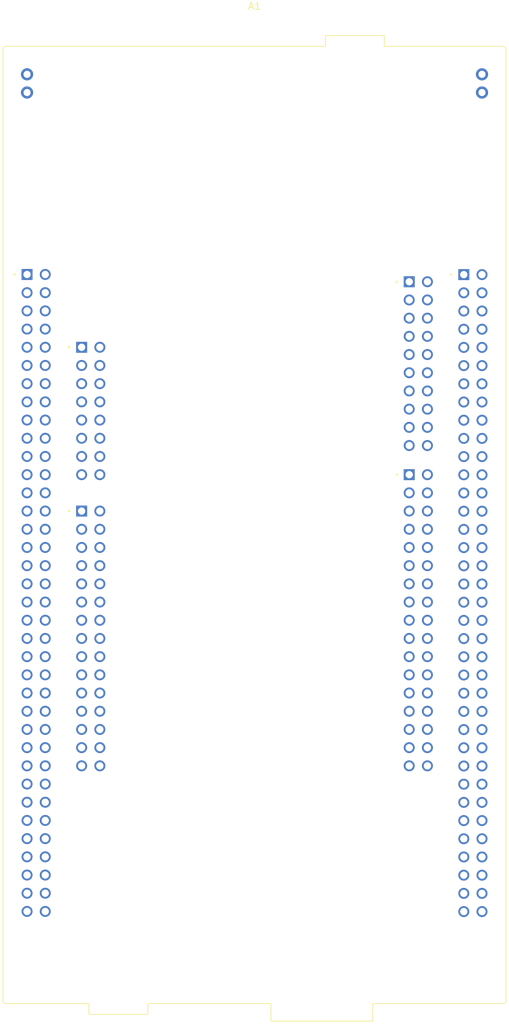
<source format=kicad_pcb>
(kicad_pcb (version 20171130) (host pcbnew 5.1.5+dfsg1-2build2)

  (general
    (thickness 1.6)
    (drawings 36)
    (tracks 0)
    (zones 0)
    (modules 1)
    (nets 242)
  )

  (page A4)
  (layers
    (0 F.Cu signal)
    (31 B.Cu signal)
    (32 B.Adhes user)
    (33 F.Adhes user)
    (34 B.Paste user)
    (35 F.Paste user)
    (36 B.SilkS user)
    (37 F.SilkS user)
    (38 B.Mask user)
    (39 F.Mask user)
    (40 Dwgs.User user)
    (41 Cmts.User user)
    (42 Eco1.User user)
    (43 Eco2.User user)
    (44 Edge.Cuts user)
    (45 Margin user)
    (46 B.CrtYd user)
    (47 F.CrtYd user)
    (48 B.Fab user)
    (49 F.Fab user)
  )

  (setup
    (last_trace_width 0.25)
    (trace_clearance 0.2)
    (zone_clearance 0.508)
    (zone_45_only no)
    (trace_min 0.2)
    (via_size 0.8)
    (via_drill 0.4)
    (via_min_size 0.4)
    (via_min_drill 0.3)
    (uvia_size 0.3)
    (uvia_drill 0.1)
    (uvias_allowed no)
    (uvia_min_size 0.2)
    (uvia_min_drill 0.1)
    (edge_width 0.05)
    (segment_width 0.2)
    (pcb_text_width 0.3)
    (pcb_text_size 1.5 1.5)
    (mod_edge_width 0.12)
    (mod_text_size 1 1)
    (mod_text_width 0.15)
    (pad_size 1.524 1.524)
    (pad_drill 0.762)
    (pad_to_mask_clearance 0.051)
    (solder_mask_min_width 0.25)
    (aux_axis_origin 0 0)
    (visible_elements FFFFFF7F)
    (pcbplotparams
      (layerselection 0x010fc_ffffffff)
      (usegerberextensions false)
      (usegerberattributes false)
      (usegerberadvancedattributes false)
      (creategerberjobfile false)
      (excludeedgelayer true)
      (linewidth 0.100000)
      (plotframeref false)
      (viasonmask false)
      (mode 1)
      (useauxorigin false)
      (hpglpennumber 1)
      (hpglpenspeed 20)
      (hpglpendiameter 15.000000)
      (psnegative false)
      (psa4output false)
      (plotreference true)
      (plotvalue true)
      (plotinvisibletext false)
      (padsonsilk false)
      (subtractmaskfromsilk false)
      (outputformat 1)
      (mirror false)
      (drillshape 1)
      (scaleselection 1)
      (outputdirectory ""))
  )

  (net 0 "")
  (net 1 "Net-(A1-PadCN12_72)")
  (net 2 "Net-(A1-PadCN12_71)")
  (net 3 /USB_PowerSwitchOn)
  (net 4 "Net-(A1-PadCN12_69)")
  (net 5 "Net-(A1-PadCN12_68)")
  (net 6 /USB_OverCurrent)
  (net 7 "Net-(A1-PadCN12_66)")
  (net 8 "Net-(A1-PadCN12_65)")
  (net 9 "Net-(A1-PadCN12_64)")
  (net 10 "Net-(A1-PadCN12_63)")
  (net 11 SPI5_MOSI)
  (net 12 "Net-(A1-PadCN12_61)")
  (net 13 "Net-(A1-PadCN12_60)")
  (net 14 "Net-(A1-PadCN12_59)")
  (net 15 "Net-(A1-PadCN12_58)")
  (net 16 "Net-(A1-PadCN12_57)")
  (net 17 "Net-(A1-PadCN12_56)")
  (net 18 "Net-(A1-PadCN12_55)")
  (net 19 "Net-(A1-PadCN12_54)")
  (net 20 "Net-(A1-PadCN12_53)")
  (net 21 "Net-(A1-PadCN12_52)")
  (net 22 "Net-(A1-PadCN12_51)")
  (net 23 "Net-(A1-PadCN12_50)")
  (net 24 "Net-(A1-PadCN12_49)")
  (net 25 "Net-(A1-PadCN12_48)")
  (net 26 "Net-(A1-PadCN12_47)")
  (net 27 "Net-(A1-PadCN12_46)")
  (net 28 "Net-(A1-PadCN12_45)")
  (net 29 "Net-(A1-PadCN12_44)")
  (net 30 "Net-(A1-PadCN12_43)")
  (net 31 "Net-(A1-PadCN12_42)")
  (net 32 "Net-(A1-PadCN12_41)")
  (net 33 "Net-(A1-PadCN12_40)")
  (net 34 "Net-(A1-PadCN12_39)")
  (net 35 "Net-(A1-PadCN12_38)")
  (net 36 "Net-(A1-PadCN12_37)")
  (net 37 "Net-(A1-PadCN12_36)")
  (net 38 /ETH_MDIO)
  (net 39 "Net-(A1-PadCN12_34)")
  (net 40 /OTG_FS_ID)
  (net 41 "Net-(A1-PadCN12_32)")
  (net 42 "Net-(A1-PadCN12_31)")
  (net 43 "Net-(A1-PadCN12_30)")
  (net 44 "Net-(A1-PadCN12_29)")
  (net 45 /LD3)
  (net 46 "Net-(A1-PadCN12_27)")
  (net 47 "Net-(A1-PadCN12_26)")
  (net 48 "Net-(A1-PadCN12_25)")
  (net 49 "Net-(A1-PadCN12_24)")
  (net 50 "Net-(A1-PadCN12_23)")
  (net 51 "Net-(A1-PadCN12_22)")
  (net 52 /USB_VBUS)
  (net 53 "Net-(A1-PadCN12_20)")
  (net 54 "Net-(A1-PadCN12_19)")
  (net 55 "Net-(A1-PadCN12_18)")
  (net 56 "Net-(A1-PadCN12_17)")
  (net 57 "Net-(A1-PadCN12_16)")
  (net 58 "Net-(A1-PadCN12_15)")
  (net 59 /OTG_FS_DM)
  (net 60 "Net-(A1-PadCN12_13)")
  (net 61 /OTG_FS_DP)
  (net 62 "Net-(A1-PadCN12_11)")
  (net 63 /USART3_TX)
  (net 64 "Net-(A1-PadCN12_9)")
  (net 65 "Net-(A1-PadCN12_8)")
  (net 66 "Net-(A1-PadCN12_7)")
  (net 67 "Net-(A1-PadCN12_6)")
  (net 68 "Net-(A1-PadCN12_5)")
  (net 69 "Net-(A1-PadCN12_4)")
  (net 70 "Net-(A1-PadCN12_3)")
  (net 71 PWM3_Low)
  (net 72 "Net-(A1-PadCN10_33)")
  (net 73 "Net-(A1-PadCN9_30)")
  (net 74 "Net-(A1-PadCN9_29)")
  (net 75 "Net-(A1-PadCN7_20)")
  (net 76 "Net-(A1-PadCN7_19)")
  (net 77 PWM7_Low)
  (net 78 "Net-(A1-PadCN7_17)")
  (net 79 PWM7_High)
  (net 80 /SWO)
  (net 81 "Net-(A1-PadCN7_14)")
  (net 82 PWM4_Low)
  (net 83 PWM4_High)
  (net 84 PWM9_Low)
  (net 85 "Net-(A1-PadCN7_10)")
  (net 86 /JTDI)
  (net 87 "Net-(A1-PadCN7_8)")
  (net 88 "Net-(A1-PadCN7_7)")
  (net 89 "Net-(A1-PadCN7_6)")
  (net 90 /ETH_RMII_TXD1)
  (net 91 "Net-(A1-PadCN7_4)")
  (net 92 PWM10_HIgh)
  (net 93 "Net-(A1-PadCN11_72)")
  (net 94 "Net-(A1-PadCN11_71)")
  (net 95 PWM3_High)
  (net 96 PWM5_High)
  (net 97 "Net-(A1-PadCN10_30)")
  (net 98 PWM8_High)
  (net 99 PWM2_Low)
  (net 100 "Net-(A1-PadCN10_27)")
  (net 101 SPI4_SCK)
  (net 102 "Net-(A1-PadCN10_25)")
  (net 103 "Net-(A1-PadCN10_24)")
  (net 104 "Net-(A1-PadCN10_23)")
  (net 105 "Net-(A1-PadCN10_22)")
  (net 106 PWM6_High)
  (net 107 "Net-(A1-PadCN10_20)")
  (net 108 PWM6_Low)
  (net 109 "Net-(A1-PadCN10_18)")
  (net 110 "Net-(A1-PadCN10_17)")
  (net 111 "Net-(A1-PadCN10_16)")
  (net 112 "Net-(A1-PadCN10_15)")
  (net 113 "Net-(A1-PadCN10_14)")
  (net 114 "Net-(A1-PadCN10_13)")
  (net 115 "Net-(A1-PadCN10_12)")
  (net 116 "Net-(A1-PadCN10_11)")
  (net 117 PWM2_High)
  (net 118 SPI2_MISO)
  (net 119 "Net-(A1-PadCN10_8)")
  (net 120 PWM5_Low)
  (net 121 PWM1_Low)
  (net 122 "Net-(A1-PadCN10_5)")
  (net 123 PWM1_High)
  (net 124 "Net-(A1-PadCN10_3)")
  (net 125 "Net-(A1-PadCN10_2)")
  (net 126 "Net-(A1-PadCN10_1)")
  (net 127 "Net-(A1-PadCN7_2)")
  (net 128 PWM9_High)
  (net 129 "Net-(A1-PadCN9_28)")
  (net 130 "Net-(A1-PadCN9_27)")
  (net 131 SPI5_SCK)
  (net 132 "Net-(A1-PadCN9_25)")
  (net 133 SPI5_MISO)
  (net 134 "Net-(A1-PadCN9_23)")
  (net 135 "Net-(A1-PadCN9_22)")
  (net 136 "Net-(A1-PadCN9_21)")
  (net 137 SPI4_MOSI)
  (net 138 "Net-(A1-PadCN9_19)")
  (net 139 SPI4_MISO)
  (net 140 "Net-(A1-PadCN9_17)")
  (net 141 "Net-(A1-PadCN9_16)")
  (net 142 /ETH_RMII_CRS_DV)
  (net 143 "Net-(A1-PadCN9_14)")
  (net 144 "Net-(A1-PadCN9_13)")
  (net 145 "Net-(A1-PadCN9_12)")
  (net 146 "Net-(A1-PadCN9_11)")
  (net 147 SPI2_SCK)
  (net 148 "Net-(A1-PadCN9_9)")
  (net 149 "Net-(A1-PadCN9_8)")
  (net 150 "Net-(A1-PadCN9_7)")
  (net 151 "Net-(A1-PadCN9_6)")
  (net 152 SPI2_MOSI)
  (net 153 SPI3_MOSI)
  (net 154 "Net-(A1-PadCN9_3)")
  (net 155 "Net-(A1-PadCN9_2)")
  (net 156 PWM8_Low)
  (net 157 "Net-(A1-PadCN8_16)")
  (net 158 "Net-(A1-PadCN8_15)")
  (net 159 SDMMC1_CD)
  (net 160 "Net-(A1-PadCN8_13)")
  (net 161 SDMMC1_CMD)
  (net 162 "Net-(A1-PadCN8_11)")
  (net 163 SDMMC1_CK)
  (net 164 "Net-(A1-PadCN8_9)")
  (net 165 SPI3_MISO)
  (net 166 "Net-(A1-PadCN8_7)")
  (net 167 SPI3_SCK)
  (net 168 "Net-(A1-PadCN8_5)")
  (net 169 PWM10_Low)
  (net 170 "Net-(A1-PadCN8_3)")
  (net 171 SDMMC1_D0)
  (net 172 "Net-(A1-PadCN8_1)")
  (net 173 "Net-(A1-PadCN12_2)")
  (net 174 "Net-(A1-PadCN12_1)")
  (net 175 /ETH_RMII_TX_EN)
  (net 176 /USART3_RX)
  (net 177 /ETH_RMII_TXD0)
  (net 178 "Net-(A1-PadCN11_66)")
  (net 179 "Net-(A1-PadCN11_65)")
  (net 180 "Net-(A1-PadCN11_64)")
  (net 181 "Net-(A1-PadCN11_63)")
  (net 182 "Net-(A1-PadCN11_62)")
  (net 183 "Net-(A1-PadCN11_61)")
  (net 184 "Net-(A1-PadCN11_60)")
  (net 185 "Net-(A1-PadCN11_59)")
  (net 186 "Net-(A1-PadCN11_58)")
  (net 187 "Net-(A1-PadCN11_57)")
  (net 188 "Net-(A1-PadCN11_56)")
  (net 189 "Net-(A1-PadCN11_55)")
  (net 190 "Net-(A1-PadCN11_54)")
  (net 191 "Net-(A1-PadCN11_53)")
  (net 192 "Net-(A1-PadCN11_52)")
  (net 193 "Net-(A1-PadCN11_51)")
  (net 194 "Net-(A1-PadCN11_50)")
  (net 195 "Net-(A1-PadCN11_49)")
  (net 196 "Net-(A1-PadCN11_48)")
  (net 197 "Net-(A1-PadCN11_47)")
  (net 198 "Net-(A1-PadCN11_46)")
  (net 199 "Net-(A1-PadCN11_45)")
  (net 200 "Net-(A1-PadCN11_44)")
  (net 201 "Net-(A1-PadCN11_43)")
  (net 202 "Net-(A1-PadCN11_42)")
  (net 203 "Net-(A1-PadCN11_41)")
  (net 204 "Net-(A1-PadCN11_40)")
  (net 205 "Net-(A1-PadCN11_39)")
  (net 206 "Net-(A1-PadCN11_38)")
  (net 207 "Net-(A1-PadCN11_37)")
  (net 208 /ETH_MDC)
  (net 209 "Net-(A1-PadCN11_35)")
  (net 210 "Net-(A1-PadCN11_34)")
  (net 211 "Net-(A1-PadCN11_33)")
  (net 212 "Net-(A1-PadCN11_32)")
  (net 213 "Net-(A1-PadCN11_31)")
  (net 214 /ETH_RMII_REF_CLK)
  (net 215 /MCO)
  (net 216 "Net-(A1-PadCN11_28)")
  (net 217 /R38-X2)
  (net 218 /R37-X2)
  (net 219 "Net-(A1-PadCN11_24)")
  (net 220 /B1)
  (net 221 "Net-(A1-PadCN11_22)")
  (net 222 /LD2)
  (net 223 "Net-(A1-PadCN11_20)")
  (net 224 "Net-(A1-PadCN11_19)")
  (net 225 "Net-(A1-PadCN11_18)")
  (net 226 "Net-(A1-PadCN11_17)")
  (net 227 "Net-(A1-PadCN11_16)")
  (net 228 /JTCK-SWCLK)
  (net 229 "Net-(A1-PadCN11_14)")
  (net 230 /JTMS-SWDIO)
  (net 231 "Net-(A1-PadCN11_12)")
  (net 232 "Net-(A1-PadCN11_11)")
  (net 233 "Net-(A1-PadCN11_9)")
  (net 234 "Net-(A1-PadCN11_8)")
  (net 235 "Net-(A1-PadCN11_7)")
  (net 236 "Net-(A1-PadCN11_6)")
  (net 237 "Net-(A1-PadCN11_5)")
  (net 238 "Net-(A1-PadCN11_4)")
  (net 239 "Net-(A1-PadCN11_3)")
  (net 240 "Net-(A1-PadCN11_2)")
  (net 241 "Net-(A1-PadCN11_1)")

  (net_class Default "Ceci est la Netclass par défaut."
    (clearance 0.2)
    (trace_width 0.25)
    (via_dia 0.8)
    (via_drill 0.4)
    (uvia_dia 0.3)
    (uvia_drill 0.1)
    (add_net /B1)
    (add_net /ETH_MDC)
    (add_net /ETH_MDIO)
    (add_net /ETH_RMII_CRS_DV)
    (add_net /ETH_RMII_REF_CLK)
    (add_net /ETH_RMII_TXD0)
    (add_net /ETH_RMII_TXD1)
    (add_net /ETH_RMII_TX_EN)
    (add_net /JTCK-SWCLK)
    (add_net /JTDI)
    (add_net /JTMS-SWDIO)
    (add_net /LD2)
    (add_net /LD3)
    (add_net /MCO)
    (add_net /OTG_FS_DM)
    (add_net /OTG_FS_DP)
    (add_net /OTG_FS_ID)
    (add_net /R37-X2)
    (add_net /R38-X2)
    (add_net /SWO)
    (add_net /USART3_RX)
    (add_net /USART3_TX)
    (add_net /USB_OverCurrent)
    (add_net /USB_PowerSwitchOn)
    (add_net /USB_VBUS)
    (add_net "Net-(A1-PadCN10_1)")
    (add_net "Net-(A1-PadCN10_11)")
    (add_net "Net-(A1-PadCN10_12)")
    (add_net "Net-(A1-PadCN10_13)")
    (add_net "Net-(A1-PadCN10_14)")
    (add_net "Net-(A1-PadCN10_15)")
    (add_net "Net-(A1-PadCN10_16)")
    (add_net "Net-(A1-PadCN10_17)")
    (add_net "Net-(A1-PadCN10_18)")
    (add_net "Net-(A1-PadCN10_2)")
    (add_net "Net-(A1-PadCN10_20)")
    (add_net "Net-(A1-PadCN10_22)")
    (add_net "Net-(A1-PadCN10_23)")
    (add_net "Net-(A1-PadCN10_24)")
    (add_net "Net-(A1-PadCN10_25)")
    (add_net "Net-(A1-PadCN10_27)")
    (add_net "Net-(A1-PadCN10_3)")
    (add_net "Net-(A1-PadCN10_30)")
    (add_net "Net-(A1-PadCN10_33)")
    (add_net "Net-(A1-PadCN10_5)")
    (add_net "Net-(A1-PadCN10_8)")
    (add_net "Net-(A1-PadCN11_1)")
    (add_net "Net-(A1-PadCN11_11)")
    (add_net "Net-(A1-PadCN11_12)")
    (add_net "Net-(A1-PadCN11_14)")
    (add_net "Net-(A1-PadCN11_16)")
    (add_net "Net-(A1-PadCN11_17)")
    (add_net "Net-(A1-PadCN11_18)")
    (add_net "Net-(A1-PadCN11_19)")
    (add_net "Net-(A1-PadCN11_2)")
    (add_net "Net-(A1-PadCN11_20)")
    (add_net "Net-(A1-PadCN11_22)")
    (add_net "Net-(A1-PadCN11_24)")
    (add_net "Net-(A1-PadCN11_28)")
    (add_net "Net-(A1-PadCN11_3)")
    (add_net "Net-(A1-PadCN11_31)")
    (add_net "Net-(A1-PadCN11_32)")
    (add_net "Net-(A1-PadCN11_33)")
    (add_net "Net-(A1-PadCN11_34)")
    (add_net "Net-(A1-PadCN11_35)")
    (add_net "Net-(A1-PadCN11_37)")
    (add_net "Net-(A1-PadCN11_38)")
    (add_net "Net-(A1-PadCN11_39)")
    (add_net "Net-(A1-PadCN11_4)")
    (add_net "Net-(A1-PadCN11_40)")
    (add_net "Net-(A1-PadCN11_41)")
    (add_net "Net-(A1-PadCN11_42)")
    (add_net "Net-(A1-PadCN11_43)")
    (add_net "Net-(A1-PadCN11_44)")
    (add_net "Net-(A1-PadCN11_45)")
    (add_net "Net-(A1-PadCN11_46)")
    (add_net "Net-(A1-PadCN11_47)")
    (add_net "Net-(A1-PadCN11_48)")
    (add_net "Net-(A1-PadCN11_49)")
    (add_net "Net-(A1-PadCN11_5)")
    (add_net "Net-(A1-PadCN11_50)")
    (add_net "Net-(A1-PadCN11_51)")
    (add_net "Net-(A1-PadCN11_52)")
    (add_net "Net-(A1-PadCN11_53)")
    (add_net "Net-(A1-PadCN11_54)")
    (add_net "Net-(A1-PadCN11_55)")
    (add_net "Net-(A1-PadCN11_56)")
    (add_net "Net-(A1-PadCN11_57)")
    (add_net "Net-(A1-PadCN11_58)")
    (add_net "Net-(A1-PadCN11_59)")
    (add_net "Net-(A1-PadCN11_6)")
    (add_net "Net-(A1-PadCN11_60)")
    (add_net "Net-(A1-PadCN11_61)")
    (add_net "Net-(A1-PadCN11_62)")
    (add_net "Net-(A1-PadCN11_63)")
    (add_net "Net-(A1-PadCN11_64)")
    (add_net "Net-(A1-PadCN11_65)")
    (add_net "Net-(A1-PadCN11_66)")
    (add_net "Net-(A1-PadCN11_7)")
    (add_net "Net-(A1-PadCN11_71)")
    (add_net "Net-(A1-PadCN11_72)")
    (add_net "Net-(A1-PadCN11_8)")
    (add_net "Net-(A1-PadCN11_9)")
    (add_net "Net-(A1-PadCN12_1)")
    (add_net "Net-(A1-PadCN12_11)")
    (add_net "Net-(A1-PadCN12_13)")
    (add_net "Net-(A1-PadCN12_15)")
    (add_net "Net-(A1-PadCN12_16)")
    (add_net "Net-(A1-PadCN12_17)")
    (add_net "Net-(A1-PadCN12_18)")
    (add_net "Net-(A1-PadCN12_19)")
    (add_net "Net-(A1-PadCN12_2)")
    (add_net "Net-(A1-PadCN12_20)")
    (add_net "Net-(A1-PadCN12_22)")
    (add_net "Net-(A1-PadCN12_23)")
    (add_net "Net-(A1-PadCN12_24)")
    (add_net "Net-(A1-PadCN12_25)")
    (add_net "Net-(A1-PadCN12_26)")
    (add_net "Net-(A1-PadCN12_27)")
    (add_net "Net-(A1-PadCN12_29)")
    (add_net "Net-(A1-PadCN12_3)")
    (add_net "Net-(A1-PadCN12_30)")
    (add_net "Net-(A1-PadCN12_31)")
    (add_net "Net-(A1-PadCN12_32)")
    (add_net "Net-(A1-PadCN12_34)")
    (add_net "Net-(A1-PadCN12_36)")
    (add_net "Net-(A1-PadCN12_37)")
    (add_net "Net-(A1-PadCN12_38)")
    (add_net "Net-(A1-PadCN12_39)")
    (add_net "Net-(A1-PadCN12_4)")
    (add_net "Net-(A1-PadCN12_40)")
    (add_net "Net-(A1-PadCN12_41)")
    (add_net "Net-(A1-PadCN12_42)")
    (add_net "Net-(A1-PadCN12_43)")
    (add_net "Net-(A1-PadCN12_44)")
    (add_net "Net-(A1-PadCN12_45)")
    (add_net "Net-(A1-PadCN12_46)")
    (add_net "Net-(A1-PadCN12_47)")
    (add_net "Net-(A1-PadCN12_48)")
    (add_net "Net-(A1-PadCN12_49)")
    (add_net "Net-(A1-PadCN12_5)")
    (add_net "Net-(A1-PadCN12_50)")
    (add_net "Net-(A1-PadCN12_51)")
    (add_net "Net-(A1-PadCN12_52)")
    (add_net "Net-(A1-PadCN12_53)")
    (add_net "Net-(A1-PadCN12_54)")
    (add_net "Net-(A1-PadCN12_55)")
    (add_net "Net-(A1-PadCN12_56)")
    (add_net "Net-(A1-PadCN12_57)")
    (add_net "Net-(A1-PadCN12_58)")
    (add_net "Net-(A1-PadCN12_59)")
    (add_net "Net-(A1-PadCN12_6)")
    (add_net "Net-(A1-PadCN12_60)")
    (add_net "Net-(A1-PadCN12_61)")
    (add_net "Net-(A1-PadCN12_63)")
    (add_net "Net-(A1-PadCN12_64)")
    (add_net "Net-(A1-PadCN12_65)")
    (add_net "Net-(A1-PadCN12_66)")
    (add_net "Net-(A1-PadCN12_68)")
    (add_net "Net-(A1-PadCN12_69)")
    (add_net "Net-(A1-PadCN12_7)")
    (add_net "Net-(A1-PadCN12_71)")
    (add_net "Net-(A1-PadCN12_72)")
    (add_net "Net-(A1-PadCN12_8)")
    (add_net "Net-(A1-PadCN12_9)")
    (add_net "Net-(A1-PadCN7_10)")
    (add_net "Net-(A1-PadCN7_14)")
    (add_net "Net-(A1-PadCN7_17)")
    (add_net "Net-(A1-PadCN7_19)")
    (add_net "Net-(A1-PadCN7_2)")
    (add_net "Net-(A1-PadCN7_20)")
    (add_net "Net-(A1-PadCN7_4)")
    (add_net "Net-(A1-PadCN7_6)")
    (add_net "Net-(A1-PadCN7_7)")
    (add_net "Net-(A1-PadCN7_8)")
    (add_net "Net-(A1-PadCN8_1)")
    (add_net "Net-(A1-PadCN8_11)")
    (add_net "Net-(A1-PadCN8_13)")
    (add_net "Net-(A1-PadCN8_15)")
    (add_net "Net-(A1-PadCN8_16)")
    (add_net "Net-(A1-PadCN8_3)")
    (add_net "Net-(A1-PadCN8_5)")
    (add_net "Net-(A1-PadCN8_7)")
    (add_net "Net-(A1-PadCN8_9)")
    (add_net "Net-(A1-PadCN9_11)")
    (add_net "Net-(A1-PadCN9_12)")
    (add_net "Net-(A1-PadCN9_13)")
    (add_net "Net-(A1-PadCN9_14)")
    (add_net "Net-(A1-PadCN9_16)")
    (add_net "Net-(A1-PadCN9_17)")
    (add_net "Net-(A1-PadCN9_19)")
    (add_net "Net-(A1-PadCN9_2)")
    (add_net "Net-(A1-PadCN9_21)")
    (add_net "Net-(A1-PadCN9_22)")
    (add_net "Net-(A1-PadCN9_23)")
    (add_net "Net-(A1-PadCN9_25)")
    (add_net "Net-(A1-PadCN9_27)")
    (add_net "Net-(A1-PadCN9_28)")
    (add_net "Net-(A1-PadCN9_29)")
    (add_net "Net-(A1-PadCN9_3)")
    (add_net "Net-(A1-PadCN9_30)")
    (add_net "Net-(A1-PadCN9_6)")
    (add_net "Net-(A1-PadCN9_7)")
    (add_net "Net-(A1-PadCN9_8)")
    (add_net "Net-(A1-PadCN9_9)")
    (add_net PWM10_HIgh)
    (add_net PWM10_Low)
    (add_net PWM1_High)
    (add_net PWM1_Low)
    (add_net PWM2_High)
    (add_net PWM2_Low)
    (add_net PWM3_High)
    (add_net PWM3_Low)
    (add_net PWM4_High)
    (add_net PWM4_Low)
    (add_net PWM5_High)
    (add_net PWM5_Low)
    (add_net PWM6_High)
    (add_net PWM6_Low)
    (add_net PWM7_High)
    (add_net PWM7_Low)
    (add_net PWM8_High)
    (add_net PWM8_Low)
    (add_net PWM9_High)
    (add_net PWM9_Low)
    (add_net SDMMC1_CD)
    (add_net SDMMC1_CK)
    (add_net SDMMC1_CMD)
    (add_net SDMMC1_D0)
    (add_net SPI2_MISO)
    (add_net SPI2_MOSI)
    (add_net SPI2_SCK)
    (add_net SPI3_MISO)
    (add_net SPI3_MOSI)
    (add_net SPI3_SCK)
    (add_net SPI4_MISO)
    (add_net SPI4_MOSI)
    (add_net SPI4_SCK)
    (add_net SPI5_MISO)
    (add_net SPI5_MOSI)
    (add_net SPI5_SCK)
  )

  (module owntech-nucleo144:ST_Morpho_and_Zio_Connectors_144_STLink (layer F.Cu) (tedit 5E1A477A) (tstamp 5ED6F8EE)
    (at 123.19 78.74)
    (descr "ST Morpho and Zio Connectors 144 With STLink")
    (tags "ST Morpho Zio Connector 144 STLink")
    (path /5ED987DB)
    (fp_text reference A1 (at 31.75 -37.465) (layer F.SilkS)
      (effects (font (size 1 1) (thickness 0.15)))
    )
    (fp_text value NUCLEO144-F746ZG (at 31.75 -35.56) (layer F.Fab)
      (effects (font (size 1 1) (thickness 0.15)))
    )
    (fp_text user %R (at 31.75 34.96) (layer F.Fab)
      (effects (font (size 1 1) (thickness 0.15)))
    )
    (fp_line (start 48.26 104.21) (end 34.04 104.21) (layer F.SilkS) (width 0.12))
    (fp_arc (start 66.45 -31.44) (end 66.45 -31.84) (angle 90) (layer F.SilkS) (width 0.12))
    (fp_arc (start 66.45 101.36) (end 66.75 101.36) (angle 90) (layer F.Fab) (width 0.1))
    (fp_line (start 17.25 102.16) (end 17.25 103.67) (layer F.CrtYd) (width 0.05))
    (fp_arc (start 66.45 101.36) (end 66.85 101.36) (angle 90) (layer F.SilkS) (width 0.12))
    (fp_line (start 41.64 -31.84) (end 41.64 -33.35) (layer F.SilkS) (width 0.12))
    (fp_line (start 8.64 101.76) (end 8.64 103.27) (layer F.SilkS) (width 0.12))
    (fp_line (start 41.64 -31.84) (end -2.95 -31.84) (layer F.SilkS) (width 0.12))
    (fp_arc (start -2.95 101.36) (end -2.95 101.66) (angle 90) (layer F.Fab) (width 0.1))
    (fp_line (start 8.25 103.67) (end 17.25 103.67) (layer F.CrtYd) (width 0.05))
    (fp_line (start 8.25 102.16) (end 8.25 103.67) (layer F.CrtYd) (width 0.05))
    (fp_line (start 50.25 -32.24) (end 50.25 -33.74) (layer F.CrtYd) (width 0.05))
    (fp_line (start 8.75 103.16) (end 16.75 103.16) (layer F.Fab) (width 0.1))
    (fp_line (start 49.86 -33.35) (end 49.86 -31.84) (layer F.SilkS) (width 0.12))
    (fp_line (start 33.66 104.6) (end 33.66 102.16) (layer F.CrtYd) (width 0.05))
    (fp_line (start 48.65 102.16) (end 48.65 104.6) (layer F.CrtYd) (width 0.05))
    (fp_line (start 8.75 97.66) (end 16.75 97.66) (layer F.Fab) (width 0.1))
    (fp_line (start 48.26 101.76) (end 48.26 104.21) (layer F.SilkS) (width 0.12))
    (fp_line (start 66.85 101.36) (end 66.85 -31.44) (layer F.SilkS) (width 0.12))
    (fp_line (start 41.75 -33.24) (end 49.75 -33.24) (layer F.Fab) (width 0.1))
    (fp_line (start 34.04 101.76) (end 16.86 101.75) (layer F.SilkS) (width 0.12))
    (fp_line (start 16.75 97.66) (end 16.75 103.16) (layer F.Fab) (width 0.1))
    (fp_line (start 49.75 -33.24) (end 49.75 -27.74) (layer F.Fab) (width 0.1))
    (fp_line (start -3.25 101.36) (end -3.25 -31.44) (layer F.Fab) (width 0.1))
    (fp_line (start 33.66 104.6) (end 48.65 104.6) (layer F.CrtYd) (width 0.05))
    (fp_line (start 8.75 103.16) (end 8.75 97.65) (layer F.Fab) (width 0.1))
    (fp_line (start -3.75 102.16) (end 8.25 102.16) (layer F.CrtYd) (width 0.05))
    (fp_line (start 41.25 -32.24) (end 41.25 -33.74) (layer F.CrtYd) (width 0.05))
    (fp_line (start 34.15 104.1) (end 48.15 104.1) (layer F.Fab) (width 0.1))
    (fp_line (start 67.25 102.16) (end 48.65 102.16) (layer F.CrtYd) (width 0.05))
    (fp_line (start 67.25 102.16) (end 67.25 -32.24) (layer F.CrtYd) (width 0.05))
    (fp_line (start 41.64 -33.35) (end 49.86 -33.35) (layer F.SilkS) (width 0.12))
    (fp_line (start 50.25 -32.24) (end 67.25 -32.24) (layer F.CrtYd) (width 0.05))
    (fp_line (start -3.35 -31.44) (end -3.35 101.36) (layer F.SilkS) (width 0.12))
    (fp_line (start 8.64 103.27) (end 16.86 103.27) (layer F.SilkS) (width 0.12))
    (fp_line (start 48.26 101.76) (end 66.45 101.76) (layer F.SilkS) (width 0.12))
    (fp_line (start 34.15 92.1) (end 48.15 92.1) (layer F.Fab) (width 0.12))
    (fp_arc (start -2.95 101.36) (end -2.95 101.76) (angle 90) (layer F.SilkS) (width 0.12))
    (fp_line (start 41.75 -27.74) (end 49.75 -27.74) (layer F.Fab) (width 0.1))
    (fp_line (start 34.15 104.1) (end 34.15 92.1) (layer F.Fab) (width 0.1))
    (fp_line (start -3.75 -32.24) (end -3.75 102.16) (layer F.CrtYd) (width 0.05))
    (fp_arc (start -2.95 -31.44) (end -3.35 -31.44) (angle 90) (layer F.SilkS) (width 0.12))
    (fp_line (start 48.15 104.1) (end 48.15 92.1) (layer F.Fab) (width 0.1))
    (fp_line (start 49.86 -31.84) (end 66.45 -31.84) (layer F.SilkS) (width 0.12))
    (fp_line (start 66.45 -31.74) (end -2.95 -31.74) (layer F.Fab) (width 0.1))
    (fp_arc (start 66.45 -31.44) (end 66.45 -31.74) (angle 90) (layer F.Fab) (width 0.1))
    (fp_line (start 41.25 -33.74) (end 50.25 -33.74) (layer F.CrtYd) (width 0.05))
    (fp_line (start 41.75 -27.74) (end 41.75 -33.24) (layer F.Fab) (width 0.1))
    (fp_line (start 41.25 -32.24) (end -3.75 -32.24) (layer F.CrtYd) (width 0.05))
    (fp_line (start 17.25 102.16) (end 33.66 102.16) (layer F.CrtYd) (width 0.05))
    (fp_line (start 8.64 101.76) (end -2.95 101.76) (layer F.SilkS) (width 0.12))
    (fp_arc (start -2.95 -31.44) (end -3.25 -31.44) (angle 90) (layer F.Fab) (width 0.1))
    (fp_line (start 16.86 103.27) (end 16.86 101.75) (layer F.SilkS) (width 0.12))
    (fp_line (start 34.04 104.21) (end 34.04 101.76) (layer F.SilkS) (width 0.12))
    (fp_line (start 66.45 101.66) (end -2.95 101.66) (layer F.Fab) (width 0.1))
    (fp_line (start 66.75 101.36) (end 66.75 -31.44) (layer F.Fab) (width 0.1))
    (fp_circle (center 51.59 27.935) (end 51.69 27.935) (layer F.SilkS) (width 0.15))
    (fp_circle (center 51.59 27.935) (end 51.69 27.935) (layer F.Fab) (width 0.15))
    (fp_circle (center 51.59 1.011) (end 51.69 1.011) (layer F.Fab) (width 0.15))
    (fp_circle (center 51.59 1.011) (end 51.69 1.011) (layer F.SilkS) (width 0.15))
    (fp_circle (center 5.87 33.015) (end 5.97 33.015) (layer F.SilkS) (width 0.15))
    (fp_circle (center 5.87 33.015) (end 5.97 33.015) (layer F.Fab) (width 0.15))
    (fp_circle (center 5.87 10.155) (end 5.97 10.155) (layer F.Fab) (width 0.15))
    (fp_circle (center 5.87 10.155) (end 5.97 10.155) (layer F.SilkS) (width 0.15))
    (fp_circle (center 59.21 0.0204) (end 59.31 0.0204) (layer F.SilkS) (width 0.15))
    (fp_circle (center 59.21 0.0204) (end 59.31 0.0204) (layer F.Fab) (width 0.15))
    (fp_circle (center -1.75 -0.005) (end -1.65 -0.005) (layer F.Fab) (width 0.15))
    (fp_circle (center -1.75 -0.005) (end -1.65 -0.005) (layer F.SilkS) (width 0.15))
    (pad "" np_thru_hole circle (at 40.55 48.3) (size 3 3) (drill 3) (layers *.Cu *.Mask))
    (pad "" np_thru_hole circle (at 8.89 72.39) (size 3 3) (drill 3) (layers *.Cu *.Mask))
    (pad "" np_thru_hole circle (at 54.6 72.4) (size 3 3) (drill 3) (layers *.Cu *.Mask))
    (pad "" np_thru_hole circle (at 7.62 -3.81) (size 3 3) (drill 3) (layers *.Cu *.Mask))
    (pad "" np_thru_hole circle (at 55.9 -2.5) (size 3 3) (drill 3) (layers *.Cu *.Mask))
    (pad CN3_2 thru_hole circle (at 63.5 -25.4) (size 1.7 1.7) (drill 1) (layers *.Cu *.Mask))
    (pad CN2_2 thru_hole circle (at 0 -25.4) (size 1.7 1.7) (drill 1) (layers *.Cu *.Mask))
    (pad CN3_1 thru_hole circle (at 63.5 -27.94) (size 1.7 1.7) (drill 1) (layers *.Cu *.Mask))
    (pad CN2_1 thru_hole circle (at 0 -27.94) (size 1.7 1.7) (drill 1) (layers *.Cu *.Mask))
    (pad CN12_72 thru_hole circle (at 63.5 88.915) (size 1.53 1.53) (drill 1.02) (layers *.Cu *.Mask)
      (net 1 "Net-(A1-PadCN12_72)"))
    (pad CN12_71 thru_hole circle (at 60.96 88.915) (size 1.53 1.53) (drill 1.02) (layers *.Cu *.Mask)
      (net 2 "Net-(A1-PadCN12_71)"))
    (pad CN12_70 thru_hole circle (at 63.5 86.375) (size 1.53 1.53) (drill 1.02) (layers *.Cu *.Mask)
      (net 3 /USB_PowerSwitchOn))
    (pad CN12_69 thru_hole circle (at 60.96 86.375) (size 1.53 1.53) (drill 1.02) (layers *.Cu *.Mask)
      (net 4 "Net-(A1-PadCN12_69)"))
    (pad CN12_68 thru_hole circle (at 63.5 83.835) (size 1.53 1.53) (drill 1.02) (layers *.Cu *.Mask)
      (net 5 "Net-(A1-PadCN12_68)"))
    (pad CN12_67 thru_hole circle (at 60.96 83.835) (size 1.53 1.53) (drill 1.02) (layers *.Cu *.Mask)
      (net 6 /USB_OverCurrent))
    (pad CN12_66 thru_hole circle (at 63.5 81.295) (size 1.53 1.53) (drill 1.02) (layers *.Cu *.Mask)
      (net 7 "Net-(A1-PadCN12_66)"))
    (pad CN12_65 thru_hole circle (at 60.96 81.295) (size 1.53 1.53) (drill 1.02) (layers *.Cu *.Mask)
      (net 8 "Net-(A1-PadCN12_65)"))
    (pad CN12_64 thru_hole circle (at 63.5 78.755) (size 1.53 1.53) (drill 1.02) (layers *.Cu *.Mask)
      (net 9 "Net-(A1-PadCN12_64)"))
    (pad CN12_63 thru_hole circle (at 60.96 78.755) (size 1.53 1.53) (drill 1.02) (layers *.Cu *.Mask)
      (net 10 "Net-(A1-PadCN12_63)"))
    (pad CN12_62 thru_hole circle (at 63.5 76.215) (size 1.53 1.53) (drill 1.02) (layers *.Cu *.Mask)
      (net 11 SPI5_MOSI))
    (pad CN12_61 thru_hole circle (at 60.96 76.215) (size 1.53 1.53) (drill 1.02) (layers *.Cu *.Mask)
      (net 12 "Net-(A1-PadCN12_61)"))
    (pad CN12_60 thru_hole circle (at 63.5 73.675) (size 1.53 1.53) (drill 1.02) (layers *.Cu *.Mask)
      (net 13 "Net-(A1-PadCN12_60)"))
    (pad CN12_59 thru_hole circle (at 60.96 73.675) (size 1.53 1.53) (drill 1.02) (layers *.Cu *.Mask)
      (net 14 "Net-(A1-PadCN12_59)"))
    (pad CN12_58 thru_hole circle (at 63.5 71.135) (size 1.53 1.53) (drill 1.02) (layers *.Cu *.Mask)
      (net 15 "Net-(A1-PadCN12_58)"))
    (pad CN12_57 thru_hole circle (at 60.96 71.135) (size 1.53 1.53) (drill 1.02) (layers *.Cu *.Mask)
      (net 16 "Net-(A1-PadCN12_57)"))
    (pad CN12_56 thru_hole circle (at 63.5 68.595) (size 1.53 1.53) (drill 1.02) (layers *.Cu *.Mask)
      (net 17 "Net-(A1-PadCN12_56)"))
    (pad CN12_55 thru_hole circle (at 60.96 68.595) (size 1.53 1.53) (drill 1.02) (layers *.Cu *.Mask)
      (net 18 "Net-(A1-PadCN12_55)"))
    (pad CN12_54 thru_hole circle (at 63.5 66.055) (size 1.53 1.53) (drill 1.02) (layers *.Cu *.Mask)
      (net 19 "Net-(A1-PadCN12_54)"))
    (pad CN12_53 thru_hole circle (at 60.96 66.055) (size 1.53 1.53) (drill 1.02) (layers *.Cu *.Mask)
      (net 20 "Net-(A1-PadCN12_53)"))
    (pad CN12_52 thru_hole circle (at 63.5 63.515) (size 1.53 1.53) (drill 1.02) (layers *.Cu *.Mask)
      (net 21 "Net-(A1-PadCN12_52)"))
    (pad CN12_51 thru_hole circle (at 60.96 63.515) (size 1.53 1.53) (drill 1.02) (layers *.Cu *.Mask)
      (net 22 "Net-(A1-PadCN12_51)"))
    (pad CN12_50 thru_hole circle (at 63.5 60.975) (size 1.53 1.53) (drill 1.02) (layers *.Cu *.Mask)
      (net 23 "Net-(A1-PadCN12_50)"))
    (pad CN12_49 thru_hole circle (at 60.96 60.975) (size 1.53 1.53) (drill 1.02) (layers *.Cu *.Mask)
      (net 24 "Net-(A1-PadCN12_49)"))
    (pad CN12_48 thru_hole circle (at 63.5 58.435) (size 1.53 1.53) (drill 1.02) (layers *.Cu *.Mask)
      (net 25 "Net-(A1-PadCN12_48)"))
    (pad CN12_47 thru_hole circle (at 60.96 58.435) (size 1.53 1.53) (drill 1.02) (layers *.Cu *.Mask)
      (net 26 "Net-(A1-PadCN12_47)"))
    (pad CN12_46 thru_hole circle (at 63.5 55.895) (size 1.53 1.53) (drill 1.02) (layers *.Cu *.Mask)
      (net 27 "Net-(A1-PadCN12_46)"))
    (pad CN12_45 thru_hole circle (at 60.96 55.895) (size 1.53 1.53) (drill 1.02) (layers *.Cu *.Mask)
      (net 28 "Net-(A1-PadCN12_45)"))
    (pad CN12_44 thru_hole circle (at 63.5 53.355) (size 1.53 1.53) (drill 1.02) (layers *.Cu *.Mask)
      (net 29 "Net-(A1-PadCN12_44)"))
    (pad CN12_43 thru_hole circle (at 60.96 53.355) (size 1.53 1.53) (drill 1.02) (layers *.Cu *.Mask)
      (net 30 "Net-(A1-PadCN12_43)"))
    (pad CN12_42 thru_hole circle (at 63.5 50.815) (size 1.53 1.53) (drill 1.02) (layers *.Cu *.Mask)
      (net 31 "Net-(A1-PadCN12_42)"))
    (pad CN12_41 thru_hole circle (at 60.96 50.815) (size 1.53 1.53) (drill 1.02) (layers *.Cu *.Mask)
      (net 32 "Net-(A1-PadCN12_41)"))
    (pad CN12_40 thru_hole circle (at 63.5 48.275) (size 1.53 1.53) (drill 1.02) (layers *.Cu *.Mask)
      (net 33 "Net-(A1-PadCN12_40)"))
    (pad CN12_39 thru_hole circle (at 60.96 48.275) (size 1.53 1.53) (drill 1.02) (layers *.Cu *.Mask)
      (net 34 "Net-(A1-PadCN12_39)"))
    (pad CN12_38 thru_hole circle (at 63.5 45.735) (size 1.53 1.53) (drill 1.02) (layers *.Cu *.Mask)
      (net 35 "Net-(A1-PadCN12_38)"))
    (pad CN12_37 thru_hole circle (at 60.96 45.735) (size 1.53 1.53) (drill 1.02) (layers *.Cu *.Mask)
      (net 36 "Net-(A1-PadCN12_37)"))
    (pad CN12_36 thru_hole circle (at 63.5 43.195) (size 1.53 1.53) (drill 1.02) (layers *.Cu *.Mask)
      (net 37 "Net-(A1-PadCN12_36)"))
    (pad CN12_35 thru_hole circle (at 60.96 43.195) (size 1.53 1.53) (drill 1.02) (layers *.Cu *.Mask)
      (net 38 /ETH_MDIO))
    (pad CN12_34 thru_hole circle (at 63.5 40.655) (size 1.53 1.53) (drill 1.02) (layers *.Cu *.Mask)
      (net 39 "Net-(A1-PadCN12_34)"))
    (pad CN12_33 thru_hole circle (at 60.96 40.655) (size 1.53 1.53) (drill 1.02) (layers *.Cu *.Mask)
      (net 40 /OTG_FS_ID))
    (pad CN12_32 thru_hole circle (at 63.5 38.115) (size 1.53 1.53) (drill 1.02) (layers *.Cu *.Mask)
      (net 41 "Net-(A1-PadCN12_32)"))
    (pad CN12_31 thru_hole circle (at 60.96 38.115) (size 1.53 1.53) (drill 1.02) (layers *.Cu *.Mask)
      (net 42 "Net-(A1-PadCN12_31)"))
    (pad CN12_30 thru_hole circle (at 63.5 35.575) (size 1.53 1.53) (drill 1.02) (layers *.Cu *.Mask)
      (net 43 "Net-(A1-PadCN12_30)"))
    (pad CN12_29 thru_hole circle (at 60.96 35.575) (size 1.53 1.53) (drill 1.02) (layers *.Cu *.Mask)
      (net 44 "Net-(A1-PadCN12_29)"))
    (pad CN12_28 thru_hole circle (at 63.5 33.035) (size 1.53 1.53) (drill 1.02) (layers *.Cu *.Mask)
      (net 45 /LD3))
    (pad CN12_27 thru_hole circle (at 60.96 33.035) (size 1.53 1.53) (drill 1.02) (layers *.Cu *.Mask)
      (net 46 "Net-(A1-PadCN12_27)"))
    (pad CN12_26 thru_hole circle (at 63.5 30.495) (size 1.53 1.53) (drill 1.02) (layers *.Cu *.Mask)
      (net 47 "Net-(A1-PadCN12_26)"))
    (pad CN12_25 thru_hole circle (at 60.96 30.495) (size 1.53 1.53) (drill 1.02) (layers *.Cu *.Mask)
      (net 48 "Net-(A1-PadCN12_25)"))
    (pad CN12_24 thru_hole circle (at 63.5 27.955) (size 1.53 1.53) (drill 1.02) (layers *.Cu *.Mask)
      (net 49 "Net-(A1-PadCN12_24)"))
    (pad CN12_23 thru_hole circle (at 60.96 27.955) (size 1.53 1.53) (drill 1.02) (layers *.Cu *.Mask)
      (net 50 "Net-(A1-PadCN12_23)"))
    (pad CN12_22 thru_hole circle (at 63.5 25.415) (size 1.53 1.53) (drill 1.02) (layers *.Cu *.Mask)
      (net 51 "Net-(A1-PadCN12_22)"))
    (pad CN12_21 thru_hole circle (at 60.96 25.415) (size 1.53 1.53) (drill 1.02) (layers *.Cu *.Mask)
      (net 52 /USB_VBUS))
    (pad CN12_20 thru_hole circle (at 63.5 22.875) (size 1.53 1.53) (drill 1.02) (layers *.Cu *.Mask)
      (net 53 "Net-(A1-PadCN12_20)"))
    (pad CN12_19 thru_hole circle (at 60.96 22.875) (size 1.53 1.53) (drill 1.02) (layers *.Cu *.Mask)
      (net 54 "Net-(A1-PadCN12_19)"))
    (pad CN12_18 thru_hole circle (at 63.5 20.335) (size 1.53 1.53) (drill 1.02) (layers *.Cu *.Mask)
      (net 55 "Net-(A1-PadCN12_18)"))
    (pad CN12_17 thru_hole circle (at 60.96 20.335) (size 1.53 1.53) (drill 1.02) (layers *.Cu *.Mask)
      (net 56 "Net-(A1-PadCN12_17)"))
    (pad CN12_16 thru_hole circle (at 63.5 17.795) (size 1.53 1.53) (drill 1.02) (layers *.Cu *.Mask)
      (net 57 "Net-(A1-PadCN12_16)"))
    (pad CN12_15 thru_hole circle (at 60.96 17.795) (size 1.53 1.53) (drill 1.02) (layers *.Cu *.Mask)
      (net 58 "Net-(A1-PadCN12_15)"))
    (pad CN12_14 thru_hole circle (at 63.5 15.255) (size 1.53 1.53) (drill 1.02) (layers *.Cu *.Mask)
      (net 59 /OTG_FS_DM))
    (pad CN12_13 thru_hole circle (at 60.96 15.255) (size 1.53 1.53) (drill 1.02) (layers *.Cu *.Mask)
      (net 60 "Net-(A1-PadCN12_13)"))
    (pad CN12_12 thru_hole circle (at 63.5 12.715) (size 1.53 1.53) (drill 1.02) (layers *.Cu *.Mask)
      (net 61 /OTG_FS_DP))
    (pad CN12_11 thru_hole circle (at 60.96 12.715) (size 1.53 1.53) (drill 1.02) (layers *.Cu *.Mask)
      (net 62 "Net-(A1-PadCN12_11)"))
    (pad CN12_10 thru_hole circle (at 63.5 10.175) (size 1.53 1.53) (drill 1.02) (layers *.Cu *.Mask)
      (net 63 /USART3_TX))
    (pad CN12_9 thru_hole circle (at 60.96 10.175) (size 1.53 1.53) (drill 1.02) (layers *.Cu *.Mask)
      (net 64 "Net-(A1-PadCN12_9)"))
    (pad CN12_8 thru_hole circle (at 63.5 7.635) (size 1.53 1.53) (drill 1.02) (layers *.Cu *.Mask)
      (net 65 "Net-(A1-PadCN12_8)"))
    (pad CN12_7 thru_hole circle (at 60.96 7.635) (size 1.53 1.53) (drill 1.02) (layers *.Cu *.Mask)
      (net 66 "Net-(A1-PadCN12_7)"))
    (pad CN12_6 thru_hole circle (at 63.5 5.095) (size 1.53 1.53) (drill 1.02) (layers *.Cu *.Mask)
      (net 67 "Net-(A1-PadCN12_6)"))
    (pad CN12_5 thru_hole circle (at 60.96 5.095) (size 1.53 1.53) (drill 1.02) (layers *.Cu *.Mask)
      (net 68 "Net-(A1-PadCN12_5)"))
    (pad CN12_4 thru_hole circle (at 63.5 2.555) (size 1.53 1.53) (drill 1.02) (layers *.Cu *.Mask)
      (net 69 "Net-(A1-PadCN12_4)"))
    (pad CN12_3 thru_hole circle (at 60.96 2.555) (size 1.53 1.53) (drill 1.02) (layers *.Cu *.Mask)
      (net 70 "Net-(A1-PadCN12_3)"))
    (pad CN10_34 thru_hole circle (at 55.88 68.575) (size 1.53 1.53) (drill 1.02) (layers *.Cu *.Mask)
      (net 71 PWM3_Low))
    (pad CN10_33 thru_hole circle (at 53.34 68.575) (size 1.53 1.53) (drill 1.02) (layers *.Cu *.Mask)
      (net 72 "Net-(A1-PadCN10_33)"))
    (pad CN9_30 thru_hole circle (at 10.16 68.575) (size 1.53 1.53) (drill 1.02) (layers *.Cu *.Mask)
      (net 73 "Net-(A1-PadCN9_30)"))
    (pad CN9_29 thru_hole circle (at 7.62 68.575) (size 1.53 1.53) (drill 1.02) (layers *.Cu *.Mask)
      (net 74 "Net-(A1-PadCN9_29)"))
    (pad CN7_20 thru_hole circle (at 55.88 23.871) (size 1.53 1.53) (drill 1.02) (layers *.Cu *.Mask)
      (net 75 "Net-(A1-PadCN7_20)"))
    (pad CN7_19 thru_hole circle (at 53.34 23.871) (size 1.53 1.53) (drill 1.02) (layers *.Cu *.Mask)
      (net 76 "Net-(A1-PadCN7_19)"))
    (pad CN7_18 thru_hole circle (at 55.88 21.331) (size 1.53 1.53) (drill 1.02) (layers *.Cu *.Mask)
      (net 77 PWM7_Low))
    (pad CN7_17 thru_hole circle (at 53.34 21.331) (size 1.53 1.53) (drill 1.02) (layers *.Cu *.Mask)
      (net 78 "Net-(A1-PadCN7_17)"))
    (pad CN7_16 thru_hole circle (at 55.88 18.791) (size 1.53 1.53) (drill 1.02) (layers *.Cu *.Mask)
      (net 79 PWM7_High))
    (pad CN7_15 thru_hole circle (at 53.34 18.791) (size 1.53 1.53) (drill 1.02) (layers *.Cu *.Mask)
      (net 80 /SWO))
    (pad CN7_14 thru_hole circle (at 55.88 16.251) (size 1.53 1.53) (drill 1.02) (layers *.Cu *.Mask)
      (net 81 "Net-(A1-PadCN7_14)"))
    (pad CN7_13 thru_hole circle (at 53.34 16.251) (size 1.53 1.53) (drill 1.02) (layers *.Cu *.Mask)
      (net 82 PWM4_Low))
    (pad CN7_12 thru_hole circle (at 55.88 13.711) (size 1.53 1.53) (drill 1.02) (layers *.Cu *.Mask)
      (net 83 PWM4_High))
    (pad CN7_11 thru_hole circle (at 53.34 13.711) (size 1.53 1.53) (drill 1.02) (layers *.Cu *.Mask)
      (net 84 PWM9_Low))
    (pad CN7_10 thru_hole circle (at 55.88 11.171) (size 1.53 1.53) (drill 1.02) (layers *.Cu *.Mask)
      (net 85 "Net-(A1-PadCN7_10)"))
    (pad CN7_9 thru_hole circle (at 53.34 11.171) (size 1.53 1.53) (drill 1.02) (layers *.Cu *.Mask)
      (net 86 /JTDI))
    (pad CN7_8 thru_hole circle (at 55.88 8.631) (size 1.53 1.53) (drill 1.02) (layers *.Cu *.Mask)
      (net 87 "Net-(A1-PadCN7_8)"))
    (pad CN7_7 thru_hole circle (at 53.34 8.631) (size 1.53 1.53) (drill 1.02) (layers *.Cu *.Mask)
      (net 88 "Net-(A1-PadCN7_7)"))
    (pad CN7_6 thru_hole circle (at 55.88 6.091) (size 1.53 1.53) (drill 1.02) (layers *.Cu *.Mask)
      (net 89 "Net-(A1-PadCN7_6)"))
    (pad CN7_5 thru_hole circle (at 53.34 6.091) (size 1.53 1.53) (drill 1.02) (layers *.Cu *.Mask)
      (net 90 /ETH_RMII_TXD1))
    (pad CN7_4 thru_hole circle (at 55.88 3.551) (size 1.53 1.53) (drill 1.02) (layers *.Cu *.Mask)
      (net 91 "Net-(A1-PadCN7_4)"))
    (pad CN7_3 thru_hole circle (at 53.34 3.551) (size 1.53 1.53) (drill 1.02) (layers *.Cu *.Mask)
      (net 92 PWM10_HIgh))
    (pad CN11_72 thru_hole circle (at 2.54 88.895) (size 1.53 1.53) (drill 1.02) (layers *.Cu *.Mask)
      (net 93 "Net-(A1-PadCN11_72)"))
    (pad CN11_71 thru_hole circle (at 0 88.895) (size 1.53 1.53) (drill 1.02) (layers *.Cu *.Mask)
      (net 94 "Net-(A1-PadCN11_71)"))
    (pad CN10_32 thru_hole circle (at 55.88 66.035) (size 1.53 1.53) (drill 1.02) (layers *.Cu *.Mask)
      (net 95 PWM3_High))
    (pad CN10_31 thru_hole circle (at 53.34 66.035) (size 1.53 1.53) (drill 1.02) (layers *.Cu *.Mask)
      (net 96 PWM5_High))
    (pad CN10_30 thru_hole circle (at 55.88 63.495) (size 1.53 1.53) (drill 1.02) (layers *.Cu *.Mask)
      (net 97 "Net-(A1-PadCN10_30)"))
    (pad CN10_29 thru_hole circle (at 53.34 63.495) (size 1.53 1.53) (drill 1.02) (layers *.Cu *.Mask)
      (net 98 PWM8_High))
    (pad CN10_28 thru_hole circle (at 55.88 60.955) (size 1.53 1.53) (drill 1.02) (layers *.Cu *.Mask)
      (net 99 PWM2_Low))
    (pad CN10_27 thru_hole circle (at 53.34 60.955) (size 1.53 1.53) (drill 1.02) (layers *.Cu *.Mask)
      (net 100 "Net-(A1-PadCN10_27)"))
    (pad CN10_26 thru_hole circle (at 55.88 58.415) (size 1.53 1.53) (drill 1.02) (layers *.Cu *.Mask)
      (net 101 SPI4_SCK))
    (pad CN10_25 thru_hole circle (at 53.34 58.415) (size 1.53 1.53) (drill 1.02) (layers *.Cu *.Mask)
      (net 102 "Net-(A1-PadCN10_25)"))
    (pad CN10_24 thru_hole circle (at 55.88 55.875) (size 1.53 1.53) (drill 1.02) (layers *.Cu *.Mask)
      (net 103 "Net-(A1-PadCN10_24)"))
    (pad CN10_23 thru_hole circle (at 53.34 55.875) (size 1.53 1.53) (drill 1.02) (layers *.Cu *.Mask)
      (net 104 "Net-(A1-PadCN10_23)"))
    (pad CN10_22 thru_hole circle (at 55.88 53.335) (size 1.53 1.53) (drill 1.02) (layers *.Cu *.Mask)
      (net 105 "Net-(A1-PadCN10_22)"))
    (pad CN10_21 thru_hole circle (at 53.34 53.335) (size 1.53 1.53) (drill 1.02) (layers *.Cu *.Mask)
      (net 106 PWM6_High))
    (pad CN10_20 thru_hole circle (at 55.88 50.795) (size 1.53 1.53) (drill 1.02) (layers *.Cu *.Mask)
      (net 107 "Net-(A1-PadCN10_20)"))
    (pad CN10_19 thru_hole circle (at 53.34 50.795) (size 1.53 1.53) (drill 1.02) (layers *.Cu *.Mask)
      (net 108 PWM6_Low))
    (pad CN10_18 thru_hole circle (at 55.88 48.255) (size 1.53 1.53) (drill 1.02) (layers *.Cu *.Mask)
      (net 109 "Net-(A1-PadCN10_18)"))
    (pad CN10_17 thru_hole circle (at 53.34 48.255) (size 1.53 1.53) (drill 1.02) (layers *.Cu *.Mask)
      (net 110 "Net-(A1-PadCN10_17)"))
    (pad CN10_16 thru_hole circle (at 55.88 45.715) (size 1.53 1.53) (drill 1.02) (layers *.Cu *.Mask)
      (net 111 "Net-(A1-PadCN10_16)"))
    (pad CN10_15 thru_hole circle (at 53.34 45.715) (size 1.53 1.53) (drill 1.02) (layers *.Cu *.Mask)
      (net 112 "Net-(A1-PadCN10_15)"))
    (pad CN10_14 thru_hole circle (at 55.88 43.175) (size 1.53 1.53) (drill 1.02) (layers *.Cu *.Mask)
      (net 113 "Net-(A1-PadCN10_14)"))
    (pad CN10_13 thru_hole circle (at 53.34 43.175) (size 1.53 1.53) (drill 1.02) (layers *.Cu *.Mask)
      (net 114 "Net-(A1-PadCN10_13)"))
    (pad CN10_12 thru_hole circle (at 55.88 40.635) (size 1.53 1.53) (drill 1.02) (layers *.Cu *.Mask)
      (net 115 "Net-(A1-PadCN10_12)"))
    (pad CN10_11 thru_hole circle (at 53.34 40.635) (size 1.53 1.53) (drill 1.02) (layers *.Cu *.Mask)
      (net 116 "Net-(A1-PadCN10_11)"))
    (pad CN10_10 thru_hole circle (at 55.88 38.095) (size 1.53 1.53) (drill 1.02) (layers *.Cu *.Mask)
      (net 117 PWM2_High))
    (pad CN10_9 thru_hole circle (at 53.34 38.095) (size 1.53 1.53) (drill 1.02) (layers *.Cu *.Mask)
      (net 118 SPI2_MISO))
    (pad CN10_8 thru_hole circle (at 55.88 35.555) (size 1.53 1.53) (drill 1.02) (layers *.Cu *.Mask)
      (net 119 "Net-(A1-PadCN10_8)"))
    (pad CN10_7 thru_hole circle (at 53.34 35.555) (size 1.53 1.53) (drill 1.02) (layers *.Cu *.Mask)
      (net 120 PWM5_Low))
    (pad CN10_6 thru_hole circle (at 55.88 33.015) (size 1.53 1.53) (drill 1.02) (layers *.Cu *.Mask)
      (net 121 PWM1_Low))
    (pad CN10_5 thru_hole circle (at 53.34 33.015) (size 1.53 1.53) (drill 1.02) (layers *.Cu *.Mask)
      (net 122 "Net-(A1-PadCN10_5)"))
    (pad CN10_4 thru_hole circle (at 55.88 30.475) (size 1.53 1.53) (drill 1.02) (layers *.Cu *.Mask)
      (net 123 PWM1_High))
    (pad CN10_3 thru_hole circle (at 53.34 30.475) (size 1.53 1.53) (drill 1.02) (layers *.Cu *.Mask)
      (net 124 "Net-(A1-PadCN10_3)"))
    (pad CN10_2 thru_hole circle (at 55.88 27.935) (size 1.53 1.53) (drill 1.02) (layers *.Cu *.Mask)
      (net 125 "Net-(A1-PadCN10_2)"))
    (pad CN10_1 thru_hole rect (at 53.34 27.935) (size 1.53 1.53) (drill 1.02) (layers *.Cu *.Mask)
      (net 126 "Net-(A1-PadCN10_1)"))
    (pad CN7_2 thru_hole circle (at 55.88 1.011) (size 1.53 1.53) (drill 1.02) (layers *.Cu *.Mask)
      (net 127 "Net-(A1-PadCN7_2)"))
    (pad CN7_1 thru_hole rect (at 53.34 1.011) (size 1.53 1.53) (drill 1.02) (layers *.Cu *.Mask)
      (net 128 PWM9_High))
    (pad CN9_28 thru_hole circle (at 10.16 66.035) (size 1.53 1.53) (drill 1.02) (layers *.Cu *.Mask)
      (net 129 "Net-(A1-PadCN9_28)"))
    (pad CN9_27 thru_hole circle (at 7.62 66.035) (size 1.53 1.53) (drill 1.02) (layers *.Cu *.Mask)
      (net 130 "Net-(A1-PadCN9_27)"))
    (pad CN9_26 thru_hole circle (at 10.16 63.495) (size 1.53 1.53) (drill 1.02) (layers *.Cu *.Mask)
      (net 131 SPI5_SCK))
    (pad CN9_25 thru_hole circle (at 7.62 63.495) (size 1.53 1.53) (drill 1.02) (layers *.Cu *.Mask)
      (net 132 "Net-(A1-PadCN9_25)"))
    (pad CN9_24 thru_hole circle (at 10.16 60.955) (size 1.53 1.53) (drill 1.02) (layers *.Cu *.Mask)
      (net 133 SPI5_MISO))
    (pad CN9_23 thru_hole circle (at 7.62 60.955) (size 1.53 1.53) (drill 1.02) (layers *.Cu *.Mask)
      (net 134 "Net-(A1-PadCN9_23)"))
    (pad CN9_22 thru_hole circle (at 10.16 58.415) (size 1.53 1.53) (drill 1.02) (layers *.Cu *.Mask)
      (net 135 "Net-(A1-PadCN9_22)"))
    (pad CN9_21 thru_hole circle (at 7.62 58.415) (size 1.53 1.53) (drill 1.02) (layers *.Cu *.Mask)
      (net 136 "Net-(A1-PadCN9_21)"))
    (pad CN9_20 thru_hole circle (at 10.16 55.875) (size 1.53 1.53) (drill 1.02) (layers *.Cu *.Mask)
      (net 137 SPI4_MOSI))
    (pad CN9_19 thru_hole circle (at 7.62 55.875) (size 1.53 1.53) (drill 1.02) (layers *.Cu *.Mask)
      (net 138 "Net-(A1-PadCN9_19)"))
    (pad CN9_18 thru_hole circle (at 10.16 53.335) (size 1.53 1.53) (drill 1.02) (layers *.Cu *.Mask)
      (net 139 SPI4_MISO))
    (pad CN9_17 thru_hole circle (at 7.62 53.335) (size 1.53 1.53) (drill 1.02) (layers *.Cu *.Mask)
      (net 140 "Net-(A1-PadCN9_17)"))
    (pad CN9_16 thru_hole circle (at 10.16 50.795) (size 1.53 1.53) (drill 1.02) (layers *.Cu *.Mask)
      (net 141 "Net-(A1-PadCN9_16)"))
    (pad CN9_15 thru_hole circle (at 7.62 50.795) (size 1.53 1.53) (drill 1.02) (layers *.Cu *.Mask)
      (net 142 /ETH_RMII_CRS_DV))
    (pad CN9_14 thru_hole circle (at 10.16 48.255) (size 1.53 1.53) (drill 1.02) (layers *.Cu *.Mask)
      (net 143 "Net-(A1-PadCN9_14)"))
    (pad CN9_13 thru_hole circle (at 7.62 48.255) (size 1.53 1.53) (drill 1.02) (layers *.Cu *.Mask)
      (net 144 "Net-(A1-PadCN9_13)"))
    (pad CN9_12 thru_hole circle (at 10.16 45.715) (size 1.53 1.53) (drill 1.02) (layers *.Cu *.Mask)
      (net 145 "Net-(A1-PadCN9_12)"))
    (pad CN9_11 thru_hole circle (at 7.62 45.715) (size 1.53 1.53) (drill 1.02) (layers *.Cu *.Mask)
      (net 146 "Net-(A1-PadCN9_11)"))
    (pad CN9_10 thru_hole circle (at 10.16 43.175) (size 1.53 1.53) (drill 1.02) (layers *.Cu *.Mask)
      (net 147 SPI2_SCK))
    (pad CN9_9 thru_hole circle (at 7.62 43.175) (size 1.53 1.53) (drill 1.02) (layers *.Cu *.Mask)
      (net 148 "Net-(A1-PadCN9_9)"))
    (pad CN9_8 thru_hole circle (at 10.16 40.635) (size 1.53 1.53) (drill 1.02) (layers *.Cu *.Mask)
      (net 149 "Net-(A1-PadCN9_8)"))
    (pad CN9_7 thru_hole circle (at 7.62 40.635) (size 1.53 1.53) (drill 1.02) (layers *.Cu *.Mask)
      (net 150 "Net-(A1-PadCN9_7)"))
    (pad CN9_6 thru_hole circle (at 10.16 38.095) (size 1.53 1.53) (drill 1.02) (layers *.Cu *.Mask)
      (net 151 "Net-(A1-PadCN9_6)"))
    (pad CN9_5 thru_hole circle (at 7.62 38.095) (size 1.53 1.53) (drill 1.02) (layers *.Cu *.Mask)
      (net 152 SPI2_MOSI))
    (pad CN9_4 thru_hole circle (at 10.16 35.555) (size 1.53 1.53) (drill 1.02) (layers *.Cu *.Mask)
      (net 153 SPI3_MOSI))
    (pad CN9_3 thru_hole circle (at 7.62 35.555) (size 1.53 1.53) (drill 1.02) (layers *.Cu *.Mask)
      (net 154 "Net-(A1-PadCN9_3)"))
    (pad CN9_2 thru_hole circle (at 10.16 33.015) (size 1.53 1.53) (drill 1.02) (layers *.Cu *.Mask)
      (net 155 "Net-(A1-PadCN9_2)"))
    (pad CN9_1 thru_hole rect (at 7.62 33.015) (size 1.53 1.53) (drill 1.02) (layers *.Cu *.Mask)
      (net 156 PWM8_Low))
    (pad CN8_16 thru_hole circle (at 10.16 27.935) (size 1.53 1.53) (drill 1.02) (layers *.Cu *.Mask)
      (net 157 "Net-(A1-PadCN8_16)"))
    (pad CN8_15 thru_hole circle (at 7.62 27.935) (size 1.53 1.53) (drill 1.02) (layers *.Cu *.Mask)
      (net 158 "Net-(A1-PadCN8_15)"))
    (pad CN8_14 thru_hole circle (at 10.16 25.395) (size 1.53 1.53) (drill 1.02) (layers *.Cu *.Mask)
      (net 159 SDMMC1_CD))
    (pad CN8_13 thru_hole circle (at 7.62 25.395) (size 1.53 1.53) (drill 1.02) (layers *.Cu *.Mask)
      (net 160 "Net-(A1-PadCN8_13)"))
    (pad CN8_12 thru_hole circle (at 10.16 22.855) (size 1.53 1.53) (drill 1.02) (layers *.Cu *.Mask)
      (net 161 SDMMC1_CMD))
    (pad CN8_11 thru_hole circle (at 7.62 22.855) (size 1.53 1.53) (drill 1.02) (layers *.Cu *.Mask)
      (net 162 "Net-(A1-PadCN8_11)"))
    (pad CN8_10 thru_hole circle (at 10.16 20.315) (size 1.53 1.53) (drill 1.02) (layers *.Cu *.Mask)
      (net 163 SDMMC1_CK))
    (pad CN8_9 thru_hole circle (at 7.62 20.315) (size 1.53 1.53) (drill 1.02) (layers *.Cu *.Mask)
      (net 164 "Net-(A1-PadCN8_9)"))
    (pad CN8_8 thru_hole circle (at 10.16 17.775) (size 1.53 1.53) (drill 1.02) (layers *.Cu *.Mask)
      (net 165 SPI3_MISO))
    (pad CN8_7 thru_hole circle (at 7.62 17.775) (size 1.53 1.53) (drill 1.02) (layers *.Cu *.Mask)
      (net 166 "Net-(A1-PadCN8_7)"))
    (pad CN8_6 thru_hole circle (at 10.16 15.235) (size 1.53 1.53) (drill 1.02) (layers *.Cu *.Mask)
      (net 167 SPI3_SCK))
    (pad CN8_5 thru_hole circle (at 7.62 15.235) (size 1.53 1.53) (drill 1.02) (layers *.Cu *.Mask)
      (net 168 "Net-(A1-PadCN8_5)"))
    (pad CN8_4 thru_hole circle (at 10.16 12.695) (size 1.53 1.53) (drill 1.02) (layers *.Cu *.Mask)
      (net 169 PWM10_Low))
    (pad CN8_3 thru_hole circle (at 7.62 12.695) (size 1.53 1.53) (drill 1.02) (layers *.Cu *.Mask)
      (net 170 "Net-(A1-PadCN8_3)"))
    (pad CN8_2 thru_hole circle (at 10.16 10.155) (size 1.53 1.53) (drill 1.02) (layers *.Cu *.Mask)
      (net 171 SDMMC1_D0))
    (pad CN8_1 thru_hole rect (at 7.62 10.155) (size 1.53 1.53) (drill 1.02) (layers *.Cu *.Mask)
      (net 172 "Net-(A1-PadCN8_1)"))
    (pad CN12_2 thru_hole circle (at 63.5 0.015) (size 1.53 1.53) (drill 1.02) (layers *.Cu *.Mask)
      (net 173 "Net-(A1-PadCN12_2)"))
    (pad CN12_1 thru_hole rect (at 60.96 0.015) (size 1.53 1.53) (drill 1.02) (layers *.Cu *.Mask)
      (net 174 "Net-(A1-PadCN12_1)"))
    (pad CN11_70 thru_hole circle (at 2.54 86.355) (size 1.53 1.53) (drill 1.02) (layers *.Cu *.Mask)
      (net 175 /ETH_RMII_TX_EN))
    (pad CN11_69 thru_hole circle (at 0 86.355) (size 1.53 1.53) (drill 1.02) (layers *.Cu *.Mask)
      (net 176 /USART3_RX))
    (pad CN11_68 thru_hole circle (at 2.54 83.815) (size 1.53 1.53) (drill 1.02) (layers *.Cu *.Mask)
      (net 177 /ETH_RMII_TXD0))
    (pad CN11_67 thru_hole circle (at 0 83.815) (size 1.53 1.53) (drill 1.02) (layers *.Cu *.Mask))
    (pad CN11_66 thru_hole circle (at 2.54 81.275) (size 1.53 1.53) (drill 1.02) (layers *.Cu *.Mask)
      (net 178 "Net-(A1-PadCN11_66)"))
    (pad CN11_65 thru_hole circle (at 0 81.275) (size 1.53 1.53) (drill 1.02) (layers *.Cu *.Mask)
      (net 179 "Net-(A1-PadCN11_65)"))
    (pad CN11_64 thru_hole circle (at 2.54 78.735) (size 1.53 1.53) (drill 1.02) (layers *.Cu *.Mask)
      (net 180 "Net-(A1-PadCN11_64)"))
    (pad CN11_63 thru_hole circle (at 0 78.735) (size 1.53 1.53) (drill 1.02) (layers *.Cu *.Mask)
      (net 181 "Net-(A1-PadCN11_63)"))
    (pad CN11_62 thru_hole circle (at 2.54 76.195) (size 1.53 1.53) (drill 1.02) (layers *.Cu *.Mask)
      (net 182 "Net-(A1-PadCN11_62)"))
    (pad CN11_61 thru_hole circle (at 0 76.195) (size 1.53 1.53) (drill 1.02) (layers *.Cu *.Mask)
      (net 183 "Net-(A1-PadCN11_61)"))
    (pad CN11_60 thru_hole circle (at 2.54 73.655) (size 1.53 1.53) (drill 1.02) (layers *.Cu *.Mask)
      (net 184 "Net-(A1-PadCN11_60)"))
    (pad CN11_59 thru_hole circle (at 0 73.655) (size 1.53 1.53) (drill 1.02) (layers *.Cu *.Mask)
      (net 185 "Net-(A1-PadCN11_59)"))
    (pad CN11_58 thru_hole circle (at 2.54 71.115) (size 1.53 1.53) (drill 1.02) (layers *.Cu *.Mask)
      (net 186 "Net-(A1-PadCN11_58)"))
    (pad CN11_57 thru_hole circle (at 0 71.115) (size 1.53 1.53) (drill 1.02) (layers *.Cu *.Mask)
      (net 187 "Net-(A1-PadCN11_57)"))
    (pad CN11_56 thru_hole circle (at 2.54 68.575) (size 1.53 1.53) (drill 1.02) (layers *.Cu *.Mask)
      (net 188 "Net-(A1-PadCN11_56)"))
    (pad CN11_55 thru_hole circle (at 0 68.575) (size 1.53 1.53) (drill 1.02) (layers *.Cu *.Mask)
      (net 189 "Net-(A1-PadCN11_55)"))
    (pad CN11_54 thru_hole circle (at 2.54 66.035) (size 1.53 1.53) (drill 1.02) (layers *.Cu *.Mask)
      (net 190 "Net-(A1-PadCN11_54)"))
    (pad CN11_53 thru_hole circle (at 0 66.035) (size 1.53 1.53) (drill 1.02) (layers *.Cu *.Mask)
      (net 191 "Net-(A1-PadCN11_53)"))
    (pad CN11_52 thru_hole circle (at 2.54 63.495) (size 1.53 1.53) (drill 1.02) (layers *.Cu *.Mask)
      (net 192 "Net-(A1-PadCN11_52)"))
    (pad CN11_51 thru_hole circle (at 0 63.495) (size 1.53 1.53) (drill 1.02) (layers *.Cu *.Mask)
      (net 193 "Net-(A1-PadCN11_51)"))
    (pad CN11_50 thru_hole circle (at 2.54 60.955) (size 1.53 1.53) (drill 1.02) (layers *.Cu *.Mask)
      (net 194 "Net-(A1-PadCN11_50)"))
    (pad CN11_49 thru_hole circle (at 0 60.955) (size 1.53 1.53) (drill 1.02) (layers *.Cu *.Mask)
      (net 195 "Net-(A1-PadCN11_49)"))
    (pad CN11_48 thru_hole circle (at 2.54 58.415) (size 1.53 1.53) (drill 1.02) (layers *.Cu *.Mask)
      (net 196 "Net-(A1-PadCN11_48)"))
    (pad CN11_47 thru_hole circle (at 0 58.415) (size 1.53 1.53) (drill 1.02) (layers *.Cu *.Mask)
      (net 197 "Net-(A1-PadCN11_47)"))
    (pad CN11_46 thru_hole circle (at 2.54 55.875) (size 1.53 1.53) (drill 1.02) (layers *.Cu *.Mask)
      (net 198 "Net-(A1-PadCN11_46)"))
    (pad CN11_45 thru_hole circle (at 0 55.875) (size 1.53 1.53) (drill 1.02) (layers *.Cu *.Mask)
      (net 199 "Net-(A1-PadCN11_45)"))
    (pad CN11_44 thru_hole circle (at 2.54 53.335) (size 1.53 1.53) (drill 1.02) (layers *.Cu *.Mask)
      (net 200 "Net-(A1-PadCN11_44)"))
    (pad CN11_43 thru_hole circle (at 0 53.335) (size 1.53 1.53) (drill 1.02) (layers *.Cu *.Mask)
      (net 201 "Net-(A1-PadCN11_43)"))
    (pad CN11_42 thru_hole circle (at 2.54 50.795) (size 1.53 1.53) (drill 1.02) (layers *.Cu *.Mask)
      (net 202 "Net-(A1-PadCN11_42)"))
    (pad CN11_41 thru_hole circle (at 0 50.795) (size 1.53 1.53) (drill 1.02) (layers *.Cu *.Mask)
      (net 203 "Net-(A1-PadCN11_41)"))
    (pad CN11_40 thru_hole circle (at 2.54 48.255) (size 1.53 1.53) (drill 1.02) (layers *.Cu *.Mask)
      (net 204 "Net-(A1-PadCN11_40)"))
    (pad CN11_39 thru_hole circle (at 0 48.255) (size 1.53 1.53) (drill 1.02) (layers *.Cu *.Mask)
      (net 205 "Net-(A1-PadCN11_39)"))
    (pad CN11_38 thru_hole circle (at 2.54 45.715) (size 1.53 1.53) (drill 1.02) (layers *.Cu *.Mask)
      (net 206 "Net-(A1-PadCN11_38)"))
    (pad CN11_37 thru_hole circle (at 0 45.715) (size 1.53 1.53) (drill 1.02) (layers *.Cu *.Mask)
      (net 207 "Net-(A1-PadCN11_37)"))
    (pad CN11_36 thru_hole circle (at 2.54 43.175) (size 1.53 1.53) (drill 1.02) (layers *.Cu *.Mask)
      (net 208 /ETH_MDC))
    (pad CN11_35 thru_hole circle (at 0 43.175) (size 1.53 1.53) (drill 1.02) (layers *.Cu *.Mask)
      (net 209 "Net-(A1-PadCN11_35)"))
    (pad CN11_34 thru_hole circle (at 2.54 40.635) (size 1.53 1.53) (drill 1.02) (layers *.Cu *.Mask)
      (net 210 "Net-(A1-PadCN11_34)"))
    (pad CN11_33 thru_hole circle (at 0 40.635) (size 1.53 1.53) (drill 1.02) (layers *.Cu *.Mask)
      (net 211 "Net-(A1-PadCN11_33)"))
    (pad CN11_32 thru_hole circle (at 2.54 38.095) (size 1.53 1.53) (drill 1.02) (layers *.Cu *.Mask)
      (net 212 "Net-(A1-PadCN11_32)"))
    (pad CN11_31 thru_hole circle (at 0 38.095) (size 1.53 1.53) (drill 1.02) (layers *.Cu *.Mask)
      (net 213 "Net-(A1-PadCN11_31)"))
    (pad CN11_30 thru_hole circle (at 2.54 35.555) (size 1.53 1.53) (drill 1.02) (layers *.Cu *.Mask)
      (net 214 /ETH_RMII_REF_CLK))
    (pad CN11_29 thru_hole circle (at 0 35.555) (size 1.53 1.53) (drill 1.02) (layers *.Cu *.Mask)
      (net 215 /MCO))
    (pad CN11_28 thru_hole circle (at 2.54 33.015) (size 1.53 1.53) (drill 1.02) (layers *.Cu *.Mask)
      (net 216 "Net-(A1-PadCN11_28)"))
    (pad CN11_27 thru_hole circle (at 0 33.015) (size 1.53 1.53) (drill 1.02) (layers *.Cu *.Mask)
      (net 217 /R38-X2))
    (pad CN11_26 thru_hole circle (at 2.54 30.475) (size 1.53 1.53) (drill 1.02) (layers *.Cu *.Mask))
    (pad CN11_25 thru_hole circle (at 0 30.475) (size 1.53 1.53) (drill 1.02) (layers *.Cu *.Mask)
      (net 218 /R37-X2))
    (pad CN11_24 thru_hole circle (at 2.54 27.935) (size 1.53 1.53) (drill 1.02) (layers *.Cu *.Mask)
      (net 219 "Net-(A1-PadCN11_24)"))
    (pad CN11_23 thru_hole circle (at 0 27.935) (size 1.53 1.53) (drill 1.02) (layers *.Cu *.Mask)
      (net 220 /B1))
    (pad CN11_22 thru_hole circle (at 2.54 25.395) (size 1.53 1.53) (drill 1.02) (layers *.Cu *.Mask)
      (net 221 "Net-(A1-PadCN11_22)"))
    (pad CN11_21 thru_hole circle (at 0 25.395) (size 1.53 1.53) (drill 1.02) (layers *.Cu *.Mask)
      (net 222 /LD2))
    (pad CN11_20 thru_hole circle (at 2.54 22.855) (size 1.53 1.53) (drill 1.02) (layers *.Cu *.Mask)
      (net 223 "Net-(A1-PadCN11_20)"))
    (pad CN11_19 thru_hole circle (at 0 22.855) (size 1.53 1.53) (drill 1.02) (layers *.Cu *.Mask)
      (net 224 "Net-(A1-PadCN11_19)"))
    (pad CN11_18 thru_hole circle (at 2.54 20.315) (size 1.53 1.53) (drill 1.02) (layers *.Cu *.Mask)
      (net 225 "Net-(A1-PadCN11_18)"))
    (pad CN11_17 thru_hole circle (at 0 20.315) (size 1.53 1.53) (drill 1.02) (layers *.Cu *.Mask)
      (net 226 "Net-(A1-PadCN11_17)"))
    (pad CN11_16 thru_hole circle (at 2.54 17.775) (size 1.53 1.53) (drill 1.02) (layers *.Cu *.Mask)
      (net 227 "Net-(A1-PadCN11_16)"))
    (pad CN11_15 thru_hole circle (at 0 17.775) (size 1.53 1.53) (drill 1.02) (layers *.Cu *.Mask)
      (net 228 /JTCK-SWCLK))
    (pad CN11_14 thru_hole circle (at 2.54 15.235) (size 1.53 1.53) (drill 1.02) (layers *.Cu *.Mask)
      (net 229 "Net-(A1-PadCN11_14)"))
    (pad CN11_13 thru_hole circle (at 0 15.235) (size 1.53 1.53) (drill 1.02) (layers *.Cu *.Mask)
      (net 230 /JTMS-SWDIO))
    (pad CN11_12 thru_hole circle (at 2.54 12.695) (size 1.53 1.53) (drill 1.02) (layers *.Cu *.Mask)
      (net 231 "Net-(A1-PadCN11_12)"))
    (pad CN11_11 thru_hole circle (at 0 12.695) (size 1.53 1.53) (drill 1.02) (layers *.Cu *.Mask)
      (net 232 "Net-(A1-PadCN11_11)"))
    (pad CN11_10 thru_hole circle (at 2.54 10.155) (size 1.53 1.53) (drill 1.02) (layers *.Cu *.Mask))
    (pad CN11_9 thru_hole circle (at 0 10.155) (size 1.53 1.53) (drill 1.02) (layers *.Cu *.Mask)
      (net 233 "Net-(A1-PadCN11_9)"))
    (pad CN11_8 thru_hole circle (at 2.54 7.615) (size 1.53 1.53) (drill 1.02) (layers *.Cu *.Mask)
      (net 234 "Net-(A1-PadCN11_8)"))
    (pad CN11_7 thru_hole circle (at 0 7.615) (size 1.53 1.53) (drill 1.02) (layers *.Cu *.Mask)
      (net 235 "Net-(A1-PadCN11_7)"))
    (pad CN11_6 thru_hole circle (at 2.54 5.075) (size 1.53 1.53) (drill 1.02) (layers *.Cu *.Mask)
      (net 236 "Net-(A1-PadCN11_6)"))
    (pad CN11_5 thru_hole circle (at 0 5.075) (size 1.53 1.53) (drill 1.02) (layers *.Cu *.Mask)
      (net 237 "Net-(A1-PadCN11_5)"))
    (pad CN11_4 thru_hole circle (at 2.54 2.535) (size 1.53 1.53) (drill 1.02) (layers *.Cu *.Mask)
      (net 238 "Net-(A1-PadCN11_4)"))
    (pad CN11_3 thru_hole circle (at 0 2.535) (size 1.53 1.53) (drill 1.02) (layers *.Cu *.Mask)
      (net 239 "Net-(A1-PadCN11_3)"))
    (pad CN11_2 thru_hole circle (at 2.54 -0.005) (size 1.53 1.53) (drill 1.02) (layers *.Cu *.Mask)
      (net 240 "Net-(A1-PadCN11_2)"))
    (pad CN11_1 thru_hole rect (at 0 -0.005) (size 1.53 1.53) (drill 1.02) (layers *.Cu *.Mask)
      (net 241 "Net-(A1-PadCN11_1)"))
    (model ${KISYS3DMOD}/Module.3dshapes/ST_Morpho_and_Zio_Connectors_144_STLink.wrl
      (at (xyz 0 0 0))
      (scale (xyz 1 1 1))
      (rotate (xyz 0 0 0))
    )
  )

  (gr_text SPI5_MOSI (at 185.42 154.94) (layer Dwgs.User)
    (effects (font (size 1 1) (thickness 0.25)) (justify right))
  )
  (gr_text PWM4_High (at 180.34 92.71) (layer Dwgs.User)
    (effects (font (size 1 1) (thickness 0.25)) (justify left))
  )
  (gr_text PWM7_High (at 180.34 97.79) (layer Dwgs.User)
    (effects (font (size 1 1) (thickness 0.25)) (justify left))
  )
  (gr_text PWM7_Low (at 180.34 100.33) (layer Dwgs.User)
    (effects (font (size 1 1) (thickness 0.25)) (justify left))
  )
  (gr_text PWM1_High (at 180.34 109.22) (layer Dwgs.User)
    (effects (font (size 1 1) (thickness 0.25)) (justify left))
  )
  (gr_text PWM1_Low (at 180.34 111.76) (layer Dwgs.User)
    (effects (font (size 1 1) (thickness 0.25)) (justify left))
  )
  (gr_text PWM2_High (at 180.34 116.84) (layer Dwgs.User)
    (effects (font (size 1 1) (thickness 0.25)) (justify left))
  )
  (gr_text SPI4_SCK (at 180.34 137.16) (layer Dwgs.User)
    (effects (font (size 1 1) (thickness 0.25)) (justify left))
  )
  (gr_text PWM2_Low (at 180.34 139.7) (layer Dwgs.User)
    (effects (font (size 1 1) (thickness 0.25)) (justify left))
  )
  (gr_text PWM3_High (at 180.34 144.78) (layer Dwgs.User)
    (effects (font (size 1 1) (thickness 0.25)) (justify left))
  )
  (gr_text PWM3_Low (at 180.34 147.32) (layer Dwgs.User)
    (effects (font (size 1 1) (thickness 0.25)) (justify left))
  )
  (gr_text PWM8_High (at 175.26 142.24) (layer Dwgs.User)
    (effects (font (size 1 1) (thickness 0.25)) (justify right))
  )
  (gr_text PWM5_High (at 175.26 144.78) (layer Dwgs.User)
    (effects (font (size 1 1) (thickness 0.25)) (justify right))
  )
  (gr_text PWM6_High (at 175.26 132.08) (layer Dwgs.User)
    (effects (font (size 1 1) (thickness 0.25)) (justify right))
  )
  (gr_text PWM6_Low (at 175.26 129.54) (layer Dwgs.User)
    (effects (font (size 1 1) (thickness 0.25)) (justify right))
  )
  (gr_text SPI2_MISO (at 175.26 116.84) (layer Dwgs.User)
    (effects (font (size 1 1) (thickness 0.25)) (justify right))
  )
  (gr_text PWM5_Low (at 175.26 114.3) (layer Dwgs.User)
    (effects (font (size 1 1) (thickness 0.25)) (justify right))
  )
  (gr_text PWM4_Low (at 175.26 95.25) (layer Dwgs.User)
    (effects (font (size 1 1) (thickness 0.25)) (justify right))
  )
  (gr_text PWM9_Low (at 175.26 92.71) (layer Dwgs.User)
    (effects (font (size 1 1) (thickness 0.25)) (justify right))
  )
  (gr_text PWM10_High (at 175.26 82.55) (layer Dwgs.User)
    (effects (font (size 1 1) (thickness 0.25)) (justify right))
  )
  (gr_text PWM9_High (at 175.26 80.01) (layer Dwgs.User)
    (effects (font (size 1 1) (thickness 0.25)) (justify right))
  )
  (gr_text SPI3_MOSI (at 134.62 114.3) (layer Dwgs.User)
    (effects (font (size 1 1) (thickness 0.25)) (justify left))
  )
  (gr_text SPI2_SCK (at 134.62 121.92) (layer Dwgs.User)
    (effects (font (size 1 1) (thickness 0.25)) (justify left))
  )
  (gr_text SPI4_MISO (at 134.62 132.08) (layer Dwgs.User) (tstamp 5ED73CA7)
    (effects (font (size 1 1) (thickness 0.25)) (justify left))
  )
  (gr_text SPI4_MOSI (at 134.62 134.62) (layer Dwgs.User)
    (effects (font (size 1 1) (thickness 0.25)) (justify left))
  )
  (gr_text SPI5_MISO (at 134.62 139.7) (layer Dwgs.User)
    (effects (font (size 1 1) (thickness 0.25)) (justify left))
  )
  (gr_text SPI5_SCK (at 134.62 142.24) (layer Dwgs.User)
    (effects (font (size 1 1) (thickness 0.25)) (justify left))
  )
  (gr_text SPI2_MOSI (at 129.54 116.84) (layer Dwgs.User)
    (effects (font (size 1 1) (thickness 0.25)) (justify right))
  )
  (gr_text PWM8_Low (at 129.54 111.76) (layer Dwgs.User)
    (effects (font (size 1 1) (thickness 0.25)) (justify right))
  )
  (gr_text SDMMC1_CD (at 134.62 104.14) (layer Dwgs.User)
    (effects (font (size 1 1) (thickness 0.25)) (justify left))
  )
  (gr_text SDMMC1_CMD (at 134.62 101.6) (layer Dwgs.User)
    (effects (font (size 1 1) (thickness 0.25)) (justify left))
  )
  (gr_text SDMMC1_CK (at 134.62 99.06) (layer Dwgs.User)
    (effects (font (size 1 1) (thickness 0.25)) (justify left))
  )
  (gr_text SPI3_MISO (at 134.62 96.52) (layer Dwgs.User)
    (effects (font (size 1 1) (thickness 0.25)) (justify left))
  )
  (gr_text SPI3_SCK (at 134.62 93.98) (layer Dwgs.User)
    (effects (font (size 1 1) (thickness 0.25)) (justify left))
  )
  (gr_text SDMMC1_D0 (at 134.62 88.9) (layer Dwgs.User)
    (effects (font (size 1 1) (thickness 0.25)) (justify left))
  )
  (gr_text PWM10_Low (at 134.62 91.44) (layer Dwgs.User)
    (effects (font (size 1 1) (thickness 0.25)) (justify left))
  )

)

</source>
